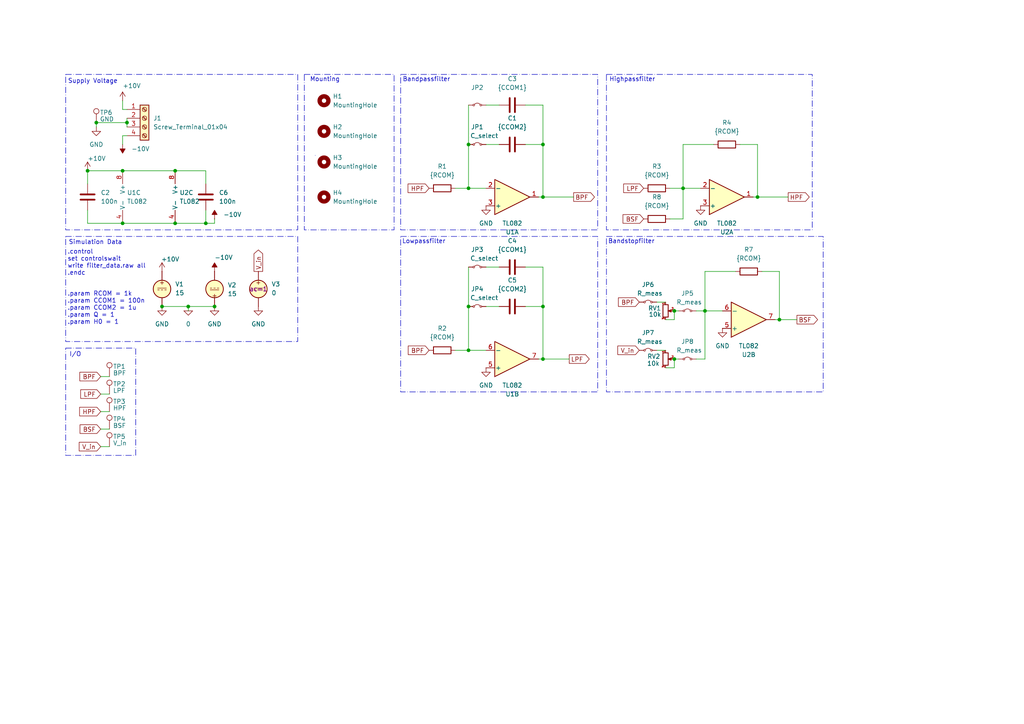
<source format=kicad_sch>
(kicad_sch (version 20250114) (generator "eeschema") (generator_version "9.0")
  (paper "A4")
  (title_block (title "Biquadfilter ") (date "2025-05-26") (rev "1.0") (company "Hochschule Bremen"))
  (lib_symbols
    (symbol "000_My_Symbols:Testpoint" (pin_numbers (hide yes)) (pin_names (hide yes))
      (property "Reference" "TP" (at 0.254 5.334 0))
      (property "Value" "${SHORT_NET_NAME(1)}" (at 6.35 7.874 0))
      (symbol "Testpoint_0_1"
        (circle (center 0 3.302) (radius 0.762))
      )
      (symbol "Testpoint_1_1"
        (pin passive line (at 0 0 90) (length 2.54) (name "1") (number "1"))
      )
    )
    (symbol "Amplifier_Operational:TL082" (pin_names (offset 0.127))
      (property "Reference" "U" (at 0 5.08 0))
      (property "Value" "TL082" (at 0 -5.08 0))
      (symbol "TL082_1_1"
        (polyline (pts (xy -5.08 5.08) (xy 5.08 0) (xy -5.08 -5.08) (xy -5.08 5.08)) (stroke (width 0.254)) (fill (type background)))
        (pin input line (at -7.62 2.54 0) (length 2.54) (name "+") (number "3"))
        (pin input line (at -7.62 -2.54 0) (length 2.54) (name "-") (number "2"))
        (pin output line (at 7.62 0 180) (length 2.54) (name "~") (number "1"))
      )
      (symbol "TL082_2_1"
        (polyline (pts (xy -5.08 5.08) (xy 5.08 0) (xy -5.08 -5.08) (xy -5.08 5.08)) (stroke (width 0.254)) (fill (type background)))
        (pin input line (at -7.62 2.54 0) (length 2.54) (name "+") (number "5"))
        (pin input line (at -7.62 -2.54 0) (length 2.54) (name "-") (number "6"))
        (pin output line (at 7.62 0 180) (length 2.54) (name "~") (number "7"))
      )
      (symbol "TL082_3_1"
        (pin power_in line (at -2.54 7.62 270) (length 3.81) (name "V+") (number "8"))
        (pin power_in line (at -2.54 -7.62 90) (length 3.81) (name "V-") (number "4"))
      )
    )
    (symbol "Connector:Screw_Terminal_01x04" (pin_names (offset 1.016) (hide yes))
      (property "Reference" "J" (at 0 5.08 0))
      (property "Value" "Screw_Terminal_01x04" (at 0 -7.62 0))
      (symbol "Screw_Terminal_01x04_1_1"
        (rectangle (start -1.27 3.81) (end 1.27 -6.35) (stroke (width 0.254)) (fill (type background)))
        (polyline (pts (xy -0.5334 2.8702) (xy 0.3302 2.032)) (stroke (width 0.1524)))
        (polyline (pts (xy -0.5334 0.3302) (xy 0.3302 -0.508)) (stroke (width 0.1524)))
        (polyline (pts (xy -0.5334 -2.2098) (xy 0.3302 -3.048)) (stroke (width 0.1524)))
        (polyline (pts (xy -0.5334 -4.7498) (xy 0.3302 -5.588)) (stroke (width 0.1524)))
        (polyline (pts (xy -0.3556 3.048) (xy 0.508 2.2098)) (stroke (width 0.1524)))
        (polyline (pts (xy -0.3556 0.508) (xy 0.508 -0.3302)) (stroke (width 0.1524)))
        (polyline (pts (xy -0.3556 -2.032) (xy 0.508 -2.8702)) (stroke (width 0.1524)))
        (polyline (pts (xy -0.3556 -4.572) (xy 0.508 -5.4102)) (stroke (width 0.1524)))
        (circle (center 0 2.54) (radius 0.635) (stroke (width 0.1524)))
        (circle (center 0 0) (radius 0.635) (stroke (width 0.1524)))
        (circle (center 0 -2.54) (radius 0.635) (stroke (width 0.1524)))
        (circle (center 0 -5.08) (radius 0.635) (stroke (width 0.1524)))
        (pin passive line (at -5.08 2.54 0) (length 3.81) (name "Pin_1") (number "1"))
        (pin passive line (at -5.08 0 0) (length 3.81) (name "Pin_2") (number "2"))
        (pin passive line (at -5.08 -2.54 0) (length 3.81) (name "Pin_3") (number "3"))
        (pin passive line (at -5.08 -5.08 0) (length 3.81) (name "Pin_4") (number "4"))
      )
    )
    (symbol "Device:C" (pin_numbers (hide yes)) (pin_names (offset 0.254))
      (property "Reference" "C" (at 0.635 2.54 0))
      (property "Value" "C" (at 0.635 -2.54 0))
      (symbol "C_0_1"
        (polyline (pts (xy -2.032 0.762) (xy 2.032 0.762)) (stroke (width 0.508)))
        (polyline (pts (xy -2.032 -0.762) (xy 2.032 -0.762)) (stroke (width 0.508)))
      )
      (symbol "C_1_1"
        (pin passive line (at 0 3.81 270) (length 2.794) (name "~") (number "1"))
        (pin passive line (at 0 -3.81 90) (length 2.794) (name "~") (number "2"))
      )
    )
    (symbol "Device:R" (pin_numbers (hide yes)) (pin_names (offset 0))
      (property "Reference" "R" (at 2.032 0 90))
      (property "Value" "R" (at 0 0 90))
      (symbol "R_0_1"
        (rectangle (start -1.016 -2.54) (end 1.016 2.54) (stroke (width 0.254)))
      )
      (symbol "R_1_1"
        (pin passive line (at 0 3.81 270) (length 1.27) (name "~") (number "1"))
        (pin passive line (at 0 -3.81 90) (length 1.27) (name "~") (number "2"))
      )
    )
    (symbol "Device:R_Potentiometer_Small" (pin_names (offset 1.016) (hide yes))
      (property "Reference" "RV" (at -4.445 0 90))
      (property "Value" "R_Potentiometer_Small" (at -2.54 0 90))
      (symbol "R_Potentiometer_Small_0_1"
        (rectangle (start 0.762 1.8034) (end -0.762 -1.8034) (stroke (width 0.254)))
        (polyline (pts (xy 0.889 0) (xy 0.635 0) (xy 1.651 0.381) (xy 1.651 -0.381) (xy 0.635 0) (xy 0.889 0)) (fill (type outline)))
      )
      (symbol "R_Potentiometer_Small_1_1"
        (pin passive line (at 0 2.54 270) (length 0.635) (name "1") (number "1"))
        (pin passive line (at 0 -2.54 90) (length 0.635) (name "3") (number "3"))
        (pin passive line (at 2.54 0 180) (length 0.9906) (name "2") (number "2"))
      )
    )
    (symbol "Jumper:Jumper_2_Small_Bridged" (pin_numbers (hide yes)) (pin_names (offset 0) (hide yes))
      (property "Reference" "JP" (at 0 2.032 0))
      (property "Value" "Jumper_2_Small_Bridged" (at 0 -2.286 0))
      (symbol "Jumper_2_Small_Bridged_0_0"
        (circle (center -1.016 0) (radius 0.254))
        (circle (center 1.016 0) (radius 0.254))
      )
      (symbol "Jumper_2_Small_Bridged_0_1"
        (arc (start -0.762 0.254) (mid 0 0.5696) (end 0.762 0.254))
      )
      (symbol "Jumper_2_Small_Bridged_1_1"
        (pin passive line (at -2.54 0 0) (length 1.27) (name "A") (number "1"))
        (pin passive line (at 2.54 0 180) (length 1.27) (name "B") (number "2"))
      )
    )
    (symbol "Mechanical:MountingHole" (pin_names (offset 1.016)) (in_bom no)
      (property "Reference" "H" (at 0 5.08 0))
      (property "Value" "MountingHole" (at 0 3.175 0))
      (symbol "MountingHole_0_1"
        (circle (center 0 0) (radius 1.27) (stroke (width 1.27)))
      )
    )
    (symbol "Simulation_SPICE:0" (power) (pin_numbers (hide yes)) (pin_names (offset 0) (hide yes))
      (property "Value" "0" (at 0 -2.54 0))
      (symbol "0_0_1"
        (polyline (pts (xy -1.27 0) (xy 0 -1.27) (xy 1.27 0) (xy -1.27 0)))
      )
      (symbol "0_1_1"
        (pin power_in line (at 0 0 0) (length 0) (name "~") (number "1"))
      )
    )
    (symbol "Simulation_SPICE:VDC" (pin_numbers (hide yes)) (pin_names (offset 0.0254))
      (property "Reference" "V" (at 2.54 2.54 0))
      (property "Value" "1" (at 2.54 0 0))
      (symbol "VDC_0_0"
        (polyline (pts (xy -1.27 0.254) (xy 1.27 0.254)))
        (polyline (pts (xy -0.762 -0.254) (xy -1.27 -0.254)))
        (polyline (pts (xy 0.254 -0.254) (xy -0.254 -0.254)))
        (polyline (pts (xy 1.27 -0.254) (xy 0.762 -0.254)))
        (text "+" (at 0 1.905 0) (effects (font (size 1.27 1.27))))
      )
      (symbol "VDC_0_1"
        (circle (center 0 0) (radius 2.54) (stroke (width 0.254)) (fill (type background)))
      )
      (symbol "VDC_1_1"
        (pin passive line (at 0 5.08 270) (length 2.54) (name "~") (number "1"))
        (pin passive line (at 0 -5.08 90) (length 2.54) (name "~") (number "2"))
      )
    )
    (symbol "power:+15V" (power) (pin_numbers (hide yes)) (pin_names (offset 0) (hide yes))
      (property "Value" "+15V" (at 0 3.556 0))
      (symbol "+15V_0_1"
        (polyline (pts (xy -0.762 1.27) (xy 0 2.54)))
        (polyline (pts (xy 0 2.54) (xy 0.762 1.27)))
        (polyline (pts (xy 0 0) (xy 0 2.54)))
      )
      (symbol "+15V_1_1"
        (pin power_in line (at 0 0 90) (length 0) (name "~") (number "1"))
      )
    )
    (symbol "power:-15V" (power) (pin_numbers (hide yes)) (pin_names (offset 0) (hide yes))
      (property "Value" "-15V" (at 0 3.556 0))
      (symbol "-15V_0_0"
        (pin power_in line (at 0 0 90) (length 0) (name "~") (number "1"))
      )
      (symbol "-15V_0_1"
        (polyline (pts (xy 0 0) (xy 0 1.27) (xy 0.762 1.27) (xy 0 2.54) (xy -0.762 1.27) (xy 0 1.27)) (fill (type outline)))
      )
    )
    (symbol "power:GND" (power) (pin_numbers (hide yes)) (pin_names (offset 0) (hide yes))
      (property "Value" "GND" (at 0 -3.81 0))
      (symbol "GND_0_1"
        (polyline (pts (xy 0 0) (xy 0 -1.27) (xy 1.27 -1.27) (xy 0 -2.54) (xy -1.27 -1.27) (xy 0 -1.27)))
      )
      (symbol "GND_1_1"
        (pin power_in line (at 0 0 270) (length 0) (name "~") (number "1"))
      )
    )
  )
  (rectangle (start 175.895 68.58) (end 238.76 113.665) (stroke (width 0) (type dash_dot)))
  (rectangle (start 91.44 45.085) (end 91.44 45.085))
  (rectangle (start 175.895 21.59) (end 235.585 66.675) (stroke (width 0) (type dash_dot)))
  (rectangle (start 116.205 68.58) (end 173.355 113.665) (stroke (width 0) (type dash_dot)))
  (rectangle (start 19.05 68.58) (end 86.36 99.06) (stroke (width 0) (type dash_dot)))
  (rectangle (start 116.205 21.59) (end 173.355 66.675) (stroke (width 0) (type dash_dot)))
  (rectangle (start 19.05 100.965) (end 39.37 132.08) (stroke (width 0) (type dash_dot)))
  (rectangle (start 19.05 21.59) (end 86.36 66.675) (stroke (width 0) (type dash_dot)))
  (rectangle (start 88.265 21.59) (end 114.3 66.675) (stroke (width 0) (type dash_dot)))
  (text "Simulation Data\n" (at 27.686 70.358 0) (effects (font (size 1.27 1.27))))
  (text "Supply Voltage\n\n" (at 26.924 24.638 0) (effects (font (size 1.27 1.27))))
  (text "I/O\n" (at 21.844 102.87 0) (effects (font (size 1.27 1.27))))
  (text "Bandstopfilter\n" (at 183.134 70.104 0) (effects (font (size 1.27 1.27))))
  (text "Lowpassfilter\n" (at 122.936 70.104 0) (effects (font (size 1.27 1.27))))
  (text ".control\nset controlswait\nwrite filter_data.raw all\n.endc" (at 19.558 76.2 0) (effects (font (size 1.27 1.27)) (justify left)))
  (text ".param RCOM = 1k\n.param CCOM1 = 100n\n.param CCOM2 = 1u\n.param Q = 1\n.param H0 = 1" (at 19.558 84.582 0) (effects (font (size 1.27 1.27)) (justify left top)))
  (text "Bandpassfilter\n" (at 123.698 23.114 0) (effects (font (size 1.27 1.27))))
  (text "Mounting\n" (at 94.234 23.114 0) (effects (font (size 1.27 1.27))))
  (text "Highpassfilter\n" (at 183.388 23.114 0) (effects (font (size 1.27 1.27))))
  (junction (at 157.48 104.14))
  (junction (at 135.89 54.61))
  (junction (at 50.8 49.53))
  (junction (at 157.48 41.91))
  (junction (at 198.12 54.61))
  (junction (at 226.06 92.71))
  (junction (at 25.4 49.53))
  (junction (at 157.48 88.9))
  (junction (at 195.58 90.17))
  (junction (at 35.56 64.77))
  (junction (at 59.69 64.77))
  (junction (at 195.58 104.14))
  (junction (at 35.56 49.53))
  (junction (at 135.89 88.9))
  (junction (at 204.47 90.17))
  (junction (at 219.71 57.15))
  (junction (at 54.61 88.9))
  (junction (at 135.89 101.6))
  (junction (at 27.94 35.56))
  (junction (at 135.89 41.91))
  (junction (at 36.83 35.56))
  (junction (at 62.23 88.9))
  (junction (at 46.99 88.9))
  (junction (at 157.48 57.15))
  (junction (at 50.8 64.77))
  (wire (pts (xy 25.4 49.53) (xy 25.4 53.34)))
  (wire (pts (xy 35.56 29.21) (xy 35.56 31.75)))
  (wire (pts (xy 201.93 104.14) (xy 204.47 104.14)))
  (wire (pts (xy 35.56 41.91) (xy 35.56 39.37)))
  (wire (pts (xy 135.89 77.47) (xy 135.89 88.9)))
  (wire (pts (xy 29.21 124.46) (xy 31.75 124.46)))
  (wire (pts (xy 140.97 30.48) (xy 144.78 30.48)))
  (wire (pts (xy 226.06 78.74) (xy 226.06 92.71)))
  (wire (pts (xy 62.23 64.77) (xy 59.69 64.77)))
  (wire (pts (xy 157.48 77.47) (xy 157.48 88.9)))
  (wire (pts (xy 140.97 41.91) (xy 144.78 41.91)))
  (wire (pts (xy 25.4 64.77) (xy 35.56 64.77)))
  (wire (pts (xy 54.61 88.9) (xy 62.23 88.9)))
  (wire (pts (xy 156.21 57.15) (xy 157.48 57.15)))
  (wire (pts (xy 193.04 92.71) (xy 195.58 92.71)))
  (wire (pts (xy 203.2 54.61) (xy 198.12 54.61)))
  (wire (pts (xy 27.94 35.56) (xy 27.94 36.83)))
  (wire (pts (xy 226.06 92.71) (xy 231.14 92.71)))
  (wire (pts (xy 224.79 92.71) (xy 226.06 92.71)))
  (wire (pts (xy 152.4 41.91) (xy 157.48 41.91)))
  (wire (pts (xy 204.47 78.74) (xy 204.47 90.17)))
  (wire (pts (xy 36.83 35.56) (xy 27.94 35.56)))
  (wire (pts (xy 193.04 106.68) (xy 195.58 106.68)))
  (wire (pts (xy 219.71 41.91) (xy 214.63 41.91)))
  (wire (pts (xy 59.69 64.77) (xy 50.8 64.77)))
  (wire (pts (xy 36.83 34.29) (xy 36.83 35.56)))
  (wire (pts (xy 36.83 35.56) (xy 36.83 36.83)))
  (wire (pts (xy 35.56 49.53) (xy 50.8 49.53)))
  (wire (pts (xy 195.58 104.14) (xy 196.85 104.14)))
  (wire (pts (xy 157.48 88.9) (xy 157.48 104.14)))
  (wire (pts (xy 46.99 88.9) (xy 54.61 88.9)))
  (wire (pts (xy 50.8 49.53) (xy 59.69 49.53)))
  (wire (pts (xy 198.12 41.91) (xy 207.01 41.91)))
  (wire (pts (xy 135.89 101.6) (xy 140.97 101.6)))
  (wire (pts (xy 135.89 41.91) (xy 135.89 54.61)))
  (wire (pts (xy 152.4 30.48) (xy 157.48 30.48)))
  (wire (pts (xy 135.89 88.9) (xy 135.89 101.6)))
  (wire (pts (xy 29.21 114.3) (xy 31.75 114.3)))
  (wire (pts (xy 135.89 54.61) (xy 140.97 54.61)))
  (wire (pts (xy 132.08 101.6) (xy 135.89 101.6)))
  (wire (pts (xy 157.48 41.91) (xy 157.48 57.15)))
  (wire (pts (xy 135.89 30.48) (xy 135.89 41.91)))
  (wire (pts (xy 219.71 41.91) (xy 219.71 57.15)))
  (wire (pts (xy 62.23 63.5) (xy 62.23 64.77)))
  (wire (pts (xy 190.5 87.63) (xy 193.04 87.63)))
  (wire (pts (xy 140.97 77.47) (xy 144.78 77.47)))
  (wire (pts (xy 29.21 119.38) (xy 31.75 119.38)))
  (wire (pts (xy 35.56 64.77) (xy 50.8 64.77)))
  (wire (pts (xy 140.97 88.9) (xy 144.78 88.9)))
  (wire (pts (xy 198.12 63.5) (xy 198.12 54.61)))
  (wire (pts (xy 35.56 31.75) (xy 36.83 31.75)))
  (wire (pts (xy 157.48 104.14) (xy 156.21 104.14)))
  (wire (pts (xy 59.69 49.53) (xy 59.69 53.34)))
  (wire (pts (xy 152.4 88.9) (xy 157.48 88.9)))
  (wire (pts (xy 25.4 49.53) (xy 35.56 49.53)))
  (wire (pts (xy 25.4 60.96) (xy 25.4 64.77)))
  (wire (pts (xy 59.69 60.96) (xy 59.69 64.77)))
  (wire (pts (xy 219.71 57.15) (xy 218.44 57.15)))
  (wire (pts (xy 204.47 90.17) (xy 209.55 90.17)))
  (wire (pts (xy 204.47 104.14) (xy 204.47 90.17)))
  (wire (pts (xy 157.48 57.15) (xy 166.37 57.15)))
  (wire (pts (xy 29.21 129.54) (xy 31.75 129.54)))
  (wire (pts (xy 220.98 78.74) (xy 226.06 78.74)))
  (wire (pts (xy 204.47 78.74) (xy 213.36 78.74)))
  (wire (pts (xy 198.12 54.61) (xy 198.12 41.91)))
  (wire (pts (xy 29.21 109.22) (xy 31.75 109.22)))
  (wire (pts (xy 157.48 30.48) (xy 157.48 41.91)))
  (wire (pts (xy 190.5 101.6) (xy 193.04 101.6)))
  (wire (pts (xy 152.4 77.47) (xy 157.48 77.47)))
  (wire (pts (xy 195.58 92.71) (xy 195.58 90.17)))
  (wire (pts (xy 201.93 90.17) (xy 204.47 90.17)))
  (wire (pts (xy 132.08 54.61) (xy 135.89 54.61)))
  (wire (pts (xy 195.58 90.17) (xy 196.85 90.17)))
  (wire (pts (xy 219.71 57.15) (xy 228.6 57.15)))
  (wire (pts (xy 195.58 106.68) (xy 195.58 104.14)))
  (wire (pts (xy 194.31 54.61) (xy 198.12 54.61)))
  (wire (pts (xy 194.31 63.5) (xy 198.12 63.5)))
  (wire (pts (xy 35.56 39.37) (xy 36.83 39.37)))
  (wire (pts (xy 54.61 88.9) (xy 54.61 90.17)))
  (wire (pts (xy 157.48 104.14) (xy 165.1 104.14)))
  (global_label "V_in" (shape input) (at 29.21 129.54 180) (property "Intersheetrefs" "${INTERSHEET_REFS}" (effects (hide yes))))
  (global_label "HPF" (shape input) (at 124.46 54.61 180) (property "Intersheetrefs" "${INTERSHEET_REFS}" (effects (hide yes))))
  (global_label "BPF" (shape input) (at 185.42 87.63 180) (property "Intersheetrefs" "${INTERSHEET_REFS}" (effects (hide yes))))
  (global_label "V_in" (shape output) (at 74.93 78.74 90) (property "Intersheetrefs" "${INTERSHEET_REFS}" (effects (hide yes))))
  (global_label "BSF" (shape input) (at 29.21 124.46 180) (property "Intersheetrefs" "${INTERSHEET_REFS}" (effects (hide yes))))
  (global_label "LPF" (shape input) (at 29.21 114.3 180) (property "Intersheetrefs" "${INTERSHEET_REFS}" (effects (hide yes))))
  (global_label "BPF" (shape input) (at 29.21 109.22 180) (property "Intersheetrefs" "${INTERSHEET_REFS}" (effects (hide yes))))
  (global_label "V_in" (shape input) (at 185.42 101.6 180) (property "Intersheetrefs" "${INTERSHEET_REFS}" (effects (hide yes))))
  (global_label "HPF" (shape output) (at 228.6 57.15 0) (property "Intersheetrefs" "${INTERSHEET_REFS}" (effects (hide yes))))
  (global_label "BSF" (shape output) (at 231.14 92.71 0) (property "Intersheetrefs" "${INTERSHEET_REFS}" (effects (hide yes))))
  (global_label "LPF" (shape input) (at 186.69 54.61 180) (property "Intersheetrefs" "${INTERSHEET_REFS}" (effects (hide yes))))
  (global_label "BPF" (shape output) (at 166.37 57.15 0) (property "Intersheetrefs" "${INTERSHEET_REFS}" (effects (hide yes))))
  (global_label "BPF" (shape input) (at 124.46 101.6 180) (property "Intersheetrefs" "${INTERSHEET_REFS}" (effects (hide yes))))
  (global_label "LPF" (shape output) (at 165.1 104.14 0) (property "Intersheetrefs" "${INTERSHEET_REFS}" (effects (hide yes))))
  (global_label "HPF" (shape input) (at 29.21 119.38 180) (property "Intersheetrefs" "${INTERSHEET_REFS}" (effects (hide yes))))
  (global_label "BSF" (shape input) (at 186.69 63.5 180) (property "Intersheetrefs" "${INTERSHEET_REFS}" (effects (hide yes))))
  (symbol (lib_id "Device:R_Potentiometer_Small") (at 193.04 104.14 0) (unit 1)
    (property "Reference" "RV2" (at 191.516 103.378 0) (effects (justify right)))
    (property "Value" "10k" (at 189.484 105.41 0))
    (property "Footprint" "Potentiometer_THT:Potentiometer_Bourns_3266W_Vertical" (effects (hide yes)))
    (property "Description" "Potentiometer" (effects (hide yes)))
  )
  (symbol (lib_id "Device:R") (at 190.5 63.5 90) (unit 1)
    (property "Reference" "R8" (at 190.5 57.15 90))
    (property "Value" "{RCOM}" (at 190.5 59.69 90))
    (property "Footprint" "Resistor_THT:R_Axial_DIN0204_L3.6mm_D1.6mm_P7.62mm_Horizontal" (effects (hide yes)))
    (property "Description" "Resistor" (effects (hide yes)))
  )
  (symbol (lib_id "Amplifier_Operational:TL082") (at 148.59 104.14 0) (mirror x) (unit 2)
    (property "Reference" "U1" (at 148.59 114.3 0))
    (property "Value" "TL082" (at 148.59 111.76 0))
    (property "Footprint" "Package_DIP:DIP-8_W10.16mm" (effects (hide yes)))
    (property "Datasheet" "http://www.ti.com/lit/ds/symlink/tl081.pdf" (effects (hide yes)))
    (property "Description" "Dual JFET-Input Operational Amplifiers, DIP-8/SOIC-8/SSOP-8" (effects (hide yes)))
    (property "Sim.Library" "Sim-Data/KiCAD-tl082-dual/TL082-dual.lib" (effects (hide yes)))
    (property "Sim.Name" "TL082-dual" (effects (hide yes)))
    (property "Sim.Device" "SUBCKT" (effects (hide yes)))
    (property "Sim.Pins" "1=1out 2=1in- 3=1in+ 4=vcc- 5=2in+ 6=2in- 7=2out 8=vcc+" (effects (hide yes)))
  )
  (symbol (lib_id "power:-15V") (at 62.23 78.74 0) (unit 1)
    (property "Reference" "#PWR019" (effects (hide yes)))
    (property "Value" "-10V" (at 62.23 74.676 0) (effects (justify left)))
    (property "Description" "Power symbol creates a global label with name \"-15V\"" (effects (hide yes)))
  )
  (symbol (lib_id "power:GND") (at 27.94 36.83 0) (unit 1)
    (property "Reference" "#PWR08" (effects (hide yes)))
    (property "Value" "GND" (at 27.94 41.91 0))
    (property "Description" "Power symbol creates a global label with name \"GND\" , ground" (effects (hide yes)))
  )
  (symbol (lib_id "power:GND") (at 74.93 88.9 0) (unit 1)
    (property "Reference" "#PWR05" (effects (hide yes)))
    (property "Value" "GND" (at 74.93 93.98 0))
    (property "Description" "Power symbol creates a global label with name \"GND\" , ground" (effects (hide yes)))
  )
  (symbol (lib_id "000_My_Symbols:Testpoint") (at 31.75 119.38 0) (unit 1) (exclude_from_sim yes)
    (property "Reference" "TP3" (at 32.766 116.4589 0) (effects (justify left)))
    (property "Value" "HPF" (at 32.766 118.364 0) (effects (justify left)))
    (property "Footprint" "TestPoint:TestPoint_Loop_D1.80mm_Drill1.0mm_Beaded" (effects (hide yes)))
    (property "Description" "test point" (effects (hide yes)))
    (property "Mouser Part Number" "534-5015" (effects (hide yes)))
    (property "Manufacturer_Name" "Keystone Electronics" (effects (hide yes)))
    (property "Manufacturer Part Number" "5015" (effects (hide yes)))
  )
  (symbol (lib_id "Amplifier_Operational:TL082") (at 53.34 57.15 0) (unit 3)
    (property "Reference" "U2" (at 52.07 55.8799 0) (effects (justify left)))
    (property "Value" "TL082" (at 52.07 58.4199 0) (effects (justify left)))
    (property "Footprint" "Package_DIP:DIP-8_W10.16mm" (effects (hide yes)))
    (property "Datasheet" "http://www.ti.com/lit/ds/symlink/tl081.pdf" (effects (hide yes)))
    (property "Description" "Dual JFET-Input Operational Amplifiers, DIP-8/SOIC-8/SSOP-8" (effects (hide yes)))
    (property "Sim.Library" "Sim-Data/KiCAD-tl082-dual/TL082-dual.lib" (effects (hide yes)))
    (property "Sim.Name" "TL082-dual" (effects (hide yes)))
    (property "Sim.Device" "SUBCKT" (effects (hide yes)))
    (property "Sim.Pins" "1=1out 2=1in- 3=1in+ 4=vcc- 5=2in+ 6=2in- 7=2out 8=vcc+" (effects (hide yes)))
  )
  (symbol (lib_id "Simulation_SPICE:VDC") (at 46.99 83.82 0) (unit 1)
    (property "Reference" "V1" (at 50.8 82.4201 0) (effects (justify left)))
    (property "Value" "15" (at 50.8 84.9601 0) (effects (justify left)))
    (property "Datasheet" "https://ngspice.sourceforge.io/docs/ngspice-html-manual/manual.xhtml#sec_Independent_Sources_for" (effects (hide yes)))
    (property "Description" "Voltage source, DC" (effects (hide yes)))
    (property "Sim.Pins" "1=+ 2=-" (effects (hide yes)))
    (property "Sim.Type" "DC" (effects (hide yes)))
    (property "Sim.Device" "V" (effects (hide yes)))
  )
  (symbol (lib_id "Jumper:Jumper_2_Small_Bridged") (at 138.43 77.47 0) (unit 1) (exclude_from_sim yes)
    (property "Reference" "JP3" (at 138.43 72.39 0))
    (property "Value" "C_select" (at 140.462 74.93 0))
    (property "Footprint" "Connector_PinHeader_2.54mm:PinHeader_1x02_P2.54mm_Vertical" (effects (hide yes)))
    (property "Description" "Jumper, 2-pole, small symbol, bridged" (effects (hide yes)))
  )
  (symbol (lib_id "Simulation_SPICE:VDC") (at 62.23 83.82 180) (unit 1)
    (property "Reference" "V2" (at 66.04 82.6797 0) (effects (justify right)))
    (property "Value" "15" (at 66.04 85.2197 0) (effects (justify right)))
    (property "Datasheet" "https://ngspice.sourceforge.io/docs/ngspice-html-manual/manual.xhtml#sec_Independent_Sources_for" (effects (hide yes)))
    (property "Description" "Voltage source, DC" (effects (hide yes)))
    (property "Sim.Pins" "1=+ 2=-" (effects (hide yes)))
    (property "Sim.Type" "DC" (effects (hide yes)))
    (property "Sim.Device" "V" (effects (hide yes)))
  )
  (symbol (lib_id "Jumper:Jumper_2_Small_Bridged") (at 138.43 30.48 0) (unit 1) (exclude_from_sim yes)
    (property "Reference" "JP2" (at 138.43 25.4 0))
    (property "Value" "${SIM.PARAMS}" (at 140.462 27.94 0))
    (property "Footprint" "Connector_PinHeader_2.54mm:PinHeader_1x02_P2.54mm_Vertical" (effects (hide yes)))
    (property "Description" "Jumper, 2-pole, small symbol, bridged" (effects (hide yes)))
  )
  (symbol (lib_id "Mechanical:MountingHole") (at 93.98 29.21 0) (unit 1) (in_bom no)
    (property "Reference" "H1" (at 96.52 27.9399 0) (effects (justify left)))
    (property "Value" "MountingHole" (at 96.52 30.4799 0) (effects (justify left)))
    (property "Footprint" "MountingHole:MountingHole_2.2mm_M2_DIN965" (effects (hide yes)))
    (property "Description" "Mounting Hole without connection" (effects (hide yes)))
  )
  (symbol (lib_id "Connector:Screw_Terminal_01x04") (at 41.91 34.29 0) (unit 1)
    (property "Reference" "J1" (at 44.45 34.2899 0) (effects (justify left)))
    (property "Value" "Screw_Terminal_01x04" (at 44.45 36.8299 0) (effects (justify left)))
    (property "Footprint" "TerminalBlock:TerminalBlock_Altech_AK300-4_P5.00mm" (effects (hide yes)))
    (property "Description" "Generic screw terminal, single row, 01x04, script generated (kicad-library-utils/schlib/autogen/connector/)" (effects (hide yes)))
  )
  (symbol (lib_id "Device:C") (at 25.4 57.15 0) (unit 1)
    (property "Reference" "C2" (at 29.21 55.8799 0) (effects (justify left)))
    (property "Value" "100n" (at 29.21 58.4199 0) (effects (justify left)))
    (property "Footprint" "Capacitor_THT:C_Disc_D3.0mm_W2.0mm_P2.50mm" (effects (hide yes)))
    (property "Description" "Unpolarized capacitor" (effects (hide yes)))
  )
  (symbol (lib_id "Amplifier_Operational:TL082") (at 148.59 57.15 0) (mirror x) (unit 1)
    (property "Reference" "U1" (at 148.59 67.31 0))
    (property "Value" "TL082" (at 148.59 64.77 0))
    (property "Footprint" "Package_DIP:DIP-8_W10.16mm" (effects (hide yes)))
    (property "Datasheet" "http://www.ti.com/lit/ds/symlink/tl081.pdf" (effects (hide yes)))
    (property "Description" "Dual JFET-Input Operational Amplifiers, DIP-8/SOIC-8/SSOP-8" (effects (hide yes)))
    (property "Sim.Library" "Sim-Data/KiCAD-tl082-dual/TL082-dual.lib" (effects (hide yes)))
    (property "Sim.Name" "TL082-dual" (effects (hide yes)))
    (property "Sim.Device" "SUBCKT" (effects (hide yes)))
    (property "Sim.Pins" "1=1out 2=1in- 3=1in+ 4=vcc- 5=2in+ 6=2in- 7=2out 8=vcc+" (effects (hide yes)))
  )
  (symbol (lib_id "power:+15V") (at 46.99 78.74 0) (unit 1)
    (property "Reference" "#PWR017" (effects (hide yes)))
    (property "Value" "+10V" (at 46.736 75.184 0) (effects (justify left)))
    (property "Description" "Power symbol creates a global label with name \"+15V\"" (effects (hide yes)))
  )
  (symbol (lib_id "000_My_Symbols:Testpoint") (at 31.75 124.46 0) (unit 1) (exclude_from_sim yes)
    (property "Reference" "TP4" (at 32.766 121.5389 0) (effects (justify left)))
    (property "Value" "BSF" (at 32.766 123.444 0) (effects (justify left)))
    (property "Footprint" "TestPoint:TestPoint_Loop_D1.80mm_Drill1.0mm_Beaded" (effects (hide yes)))
    (property "Description" "test point" (effects (hide yes)))
    (property "Mouser Part Number" "534-5015" (effects (hide yes)))
    (property "Manufacturer_Name" "Keystone Electronics" (effects (hide yes)))
    (property "Manufacturer Part Number" "5015" (effects (hide yes)))
  )
  (symbol (lib_id "Device:C") (at 148.59 41.91 90) (unit 1)
    (property "Reference" "C1" (at 148.59 34.29 90))
    (property "Value" "{CCOM2}" (at 148.59 36.83 90))
    (property "Footprint" "Capacitor_THT:C_Rect_L7.0mm_W2.5mm_P5.00mm" (effects (hide yes)))
    (property "Description" "Unpolarized capacitor" (effects (hide yes)))
  )
  (symbol (lib_id "Device:C") (at 59.69 57.15 0) (unit 1)
    (property "Reference" "C6" (at 63.5 55.8799 0) (effects (justify left)))
    (property "Value" "100n" (at 63.5 58.4199 0) (effects (justify left)))
    (property "Footprint" "Capacitor_THT:C_Disc_D3.0mm_W2.0mm_P2.50mm" (effects (hide yes)))
    (property "Description" "Unpolarized capacitor" (effects (hide yes)))
  )
  (symbol (lib_id "Device:R") (at 128.27 101.6 90) (unit 1)
    (property "Reference" "R2" (at 128.27 95.25 90))
    (property "Value" "{RCOM}" (at 128.27 97.79 90))
    (property "Footprint" "Resistor_THT:R_Axial_DIN0204_L3.6mm_D1.6mm_P7.62mm_Horizontal" (effects (hide yes)))
    (property "Description" "Resistor" (effects (hide yes)))
  )
  (symbol (lib_id "power:GND") (at 46.99 88.9 0) (unit 1)
    (property "Reference" "#PWR06" (effects (hide yes)))
    (property "Value" "GND" (at 46.99 93.98 0))
    (property "Description" "Power symbol creates a global label with name \"GND\" , ground" (effects (hide yes)))
  )
  (symbol (lib_id "Amplifier_Operational:TL082") (at 38.1 57.15 0) (unit 3)
    (property "Reference" "U1" (at 36.83 55.8799 0) (effects (justify left)))
    (property "Value" "TL082" (at 36.83 58.4199 0) (effects (justify left)))
    (property "Footprint" "Package_DIP:DIP-8_W10.16mm" (effects (hide yes)))
    (property "Datasheet" "http://www.ti.com/lit/ds/symlink/tl081.pdf" (effects (hide yes)))
    (property "Description" "Dual JFET-Input Operational Amplifiers, DIP-8/SOIC-8/SSOP-8" (effects (hide yes)))
    (property "Sim.Library" "Sim-Data/KiCAD-tl082-dual/TL082-dual.lib" (effects (hide yes)))
    (property "Sim.Name" "TL082-dual" (effects (hide yes)))
    (property "Sim.Device" "SUBCKT" (effects (hide yes)))
    (property "Sim.Pins" "1=1out 2=1in- 3=1in+ 4=vcc- 5=2in+ 6=2in- 7=2out 8=vcc+" (effects (hide yes)))
  )
  (symbol (lib_id "Device:R_Potentiometer_Small") (at 193.04 90.17 0) (unit 1)
    (property "Reference" "RV1" (at 191.77 89.408 0) (effects (justify right)))
    (property "Value" "10k" (at 189.992 91.186 0))
    (property "Footprint" "Potentiometer_THT:Potentiometer_Bourns_3266W_Vertical" (effects (hide yes)))
    (property "Description" "Potentiometer" (effects (hide yes)))
  )
  (symbol (lib_id "Amplifier_Operational:TL082") (at 210.82 57.15 0) (mirror x) (unit 1)
    (property "Reference" "U2" (at 210.82 67.31 0))
    (property "Value" "TL082" (at 210.82 64.77 0))
    (property "Footprint" "Package_DIP:DIP-8_W10.16mm" (effects (hide yes)))
    (property "Datasheet" "http://www.ti.com/lit/ds/symlink/tl081.pdf" (effects (hide yes)))
    (property "Description" "Dual JFET-Input Operational Amplifiers, DIP-8/SOIC-8/SSOP-8" (effects (hide yes)))
    (property "Sim.Library" "Sim-Data/KiCAD-tl082-dual/TL082-dual.lib" (effects (hide yes)))
    (property "Sim.Name" "TL082-dual" (effects (hide yes)))
    (property "Sim.Device" "SUBCKT" (effects (hide yes)))
    (property "Sim.Pins" "1=1out 2=1in- 3=1in+ 4=vcc- 5=2in+ 6=2in- 7=2out 8=vcc+" (effects (hide yes)))
  )
  (symbol (lib_id "Mechanical:MountingHole") (at 93.98 57.15 0) (unit 1) (in_bom no)
    (property "Reference" "H4" (at 96.52 55.8799 0) (effects (justify left)))
    (property "Value" "MountingHole" (at 96.52 58.4199 0) (effects (justify left)))
    (property "Footprint" "MountingHole:MountingHole_2.2mm_M2_DIN965" (effects (hide yes)))
    (property "Description" "Mounting Hole without connection" (effects (hide yes)))
  )
  (symbol (lib_id "Jumper:Jumper_2_Small_Bridged") (at 187.96 101.6 0) (unit 1)
    (property "Reference" "JP7" (at 187.96 96.52 0))
    (property "Value" "R_meas" (at 188.468 99.06 0))
    (property "Footprint" "Connector_PinHeader_2.54mm:PinHeader_1x02_P2.54mm_Vertical" (effects (hide yes)))
    (property "Description" "Jumper, 2-pole, small symbol, bridged" (effects (hide yes)))
    (property "Sim.Device" "R" (effects (hide yes)))
    (property "Sim.Pins" "1=+ 2=-" (effects (hide yes)))
    (property "Sim.Params" "r=0" (effects (hide yes)))
  )
  (symbol (lib_id "power:GND") (at 62.23 88.9 0) (unit 1)
    (property "Reference" "#PWR07" (effects (hide yes)))
    (property "Value" "GND" (at 62.23 93.98 0))
    (property "Description" "Power symbol creates a global label with name \"GND\" , ground" (effects (hide yes)))
  )
  (symbol (lib_id "Mechanical:MountingHole") (at 93.98 46.99 0) (unit 1) (in_bom no)
    (property "Reference" "H3" (at 96.52 45.7199 0) (effects (justify left)))
    (property "Value" "MountingHole" (at 96.52 48.2599 0) (effects (justify left)))
    (property "Footprint" "MountingHole:MountingHole_2.2mm_M2_DIN965" (effects (hide yes)))
    (property "Description" "Mounting Hole without connection" (effects (hide yes)))
  )
  (symbol (lib_id "power:-15V") (at 62.23 63.5 0) (unit 1)
    (property "Reference" "#PWR018" (effects (hide yes)))
    (property "Value" "-10V" (at 64.77 62.2299 0) (effects (justify left)))
    (property "Description" "Power symbol creates a global label with name \"-15V\"" (effects (hide yes)))
  )
  (symbol (lib_id "Amplifier_Operational:TL082") (at 217.17 92.71 0) (mirror x) (unit 2)
    (property "Reference" "U2" (at 217.17 102.87 0))
    (property "Value" "TL082" (at 217.17 100.33 0))
    (property "Footprint" "Package_DIP:DIP-8_W10.16mm" (effects (hide yes)))
    (property "Datasheet" "http://www.ti.com/lit/ds/symlink/tl081.pdf" (effects (hide yes)))
    (property "Description" "Dual JFET-Input Operational Amplifiers, DIP-8/SOIC-8/SSOP-8" (effects (hide yes)))
    (property "Sim.Library" "Sim-Data/KiCAD-tl082-dual/TL082-dual.lib" (effects (hide yes)))
    (property "Sim.Name" "TL082-dual" (effects (hide yes)))
    (property "Sim.Device" "SUBCKT" (effects (hide yes)))
    (property "Sim.Pins" "1=1out 2=1in- 3=1in+ 4=vcc- 5=2in+ 6=2in- 7=2out 8=vcc+" (effects (hide yes)))
  )
  (symbol (lib_id "Jumper:Jumper_2_Small_Bridged") (at 199.39 104.14 0) (unit 1)
    (property "Reference" "JP8" (at 199.39 99.06 0))
    (property "Value" "R_meas" (at 199.898 101.6 0))
    (property "Footprint" "Connector_PinHeader_2.54mm:PinHeader_1x02_P2.54mm_Vertical" (effects (hide yes)))
    (property "Description" "Jumper, 2-pole, small symbol, bridged" (effects (hide yes)))
    (property "Sim.Device" "R" (effects (hide yes)))
    (property "Sim.Pins" "1=+ 2=-" (effects (hide yes)))
    (property "Sim.Params" "r=0" (effects (hide yes)))
  )
  (symbol (lib_id "Mechanical:MountingHole") (at 93.98 38.1 0) (unit 1) (in_bom no)
    (property "Reference" "H2" (at 96.52 36.8299 0) (effects (justify left)))
    (property "Value" "MountingHole" (at 96.52 39.3699 0) (effects (justify left)))
    (property "Footprint" "MountingHole:MountingHole_2.2mm_M2_DIN965" (effects (hide yes)))
    (property "Description" "Mounting Hole without connection" (effects (hide yes)))
  )
  (symbol (lib_id "Device:R") (at 217.17 78.74 90) (unit 1)
    (property "Reference" "R7" (at 217.17 72.39 90))
    (property "Value" "{RCOM}" (at 217.17 74.93 90))
    (property "Footprint" "Resistor_THT:R_Axial_DIN0204_L3.6mm_D1.6mm_P7.62mm_Horizontal" (effects (hide yes)))
    (property "Description" "Resistor" (effects (hide yes)))
  )
  (symbol (lib_id "power:GND") (at 209.55 95.25 0) (unit 1)
    (property "Reference" "#PWR04" (effects (hide yes)))
    (property "Value" "GND" (at 209.55 100.33 0))
    (property "Description" "Power symbol creates a global label with name \"GND\" , ground" (effects (hide yes)))
  )
  (symbol (lib_id "Device:R") (at 128.27 54.61 90) (unit 1)
    (property "Reference" "R1" (at 128.27 48.26 90))
    (property "Value" "{RCOM}" (at 128.27 50.8 90))
    (property "Footprint" "Resistor_THT:R_Axial_DIN0204_L3.6mm_D1.6mm_P7.62mm_Horizontal" (effects (hide yes)))
    (property "Description" "Resistor" (effects (hide yes)))
  )
  (symbol (lib_id "000_My_Symbols:Testpoint") (at 31.75 114.3 0) (unit 1) (exclude_from_sim yes)
    (property "Reference" "TP2" (at 32.766 111.3789 0) (effects (justify left)))
    (property "Value" "LPF" (at 32.766 113.284 0) (effects (justify left)))
    (property "Footprint" "TestPoint:TestPoint_Loop_D1.80mm_Drill1.0mm_Beaded" (effects (hide yes)))
    (property "Description" "test point" (effects (hide yes)))
    (property "Mouser Part Number" "534-5015" (effects (hide yes)))
    (property "Manufacturer_Name" "Keystone Electronics" (effects (hide yes)))
    (property "Manufacturer Part Number" "5015" (effects (hide yes)))
  )
  (symbol (lib_id "power:-15V") (at 35.56 41.91 180) (unit 1)
    (property "Reference" "#PWR09" (effects (hide yes)))
    (property "Value" "-10V" (at 38.1 43.1799 0) (effects (justify right)))
    (property "Description" "Power symbol creates a global label with name \"-15V\"" (effects (hide yes)))
  )
  (symbol (lib_id "Device:C") (at 148.59 77.47 90) (unit 1)
    (property "Reference" "C4" (at 148.59 69.85 90))
    (property "Value" "{CCOM1}" (at 148.59 72.39 90))
    (property "Footprint" "Capacitor_THT:C_Rect_L7.0mm_W2.5mm_P5.00mm" (effects (hide yes)))
    (property "Description" "Unpolarized capacitor" (effects (hide yes)))
  )
  (symbol (lib_id "Jumper:Jumper_2_Small_Bridged") (at 199.39 90.17 0) (unit 1)
    (property "Reference" "JP5" (at 199.39 85.09 0))
    (property "Value" "R_meas" (at 199.898 87.63 0))
    (property "Footprint" "Connector_PinHeader_2.54mm:PinHeader_1x02_P2.54mm_Vertical" (effects (hide yes)))
    (property "Description" "Jumper, 2-pole, small symbol, bridged" (effects (hide yes)))
    (property "Sim.Device" "R" (effects (hide yes)))
    (property "Sim.Pins" "1=+ 2=-" (effects (hide yes)))
    (property "Sim.Params" "r=0" (effects (hide yes)))
  )
  (symbol (lib_id "000_My_Symbols:Testpoint") (at 27.94 35.56 0) (unit 1)
    (property "Reference" "TP6" (at 28.956 32.6389 0) (effects (justify left)))
    (property "Value" "GND" (at 28.956 34.544 0) (effects (justify left)))
    (property "Footprint" "TestPoint:TestPoint_Loop_D1.80mm_Drill1.0mm_Beaded" (effects (hide yes)))
    (property "Description" "test point" (effects (hide yes)))
    (property "Mouser Part Number" "534-5015" (effects (hide yes)))
    (property "Manufacturer_Name" "Keystone Electronics" (effects (hide yes)))
    (property "Manufacturer Part Number" "5015" (effects (hide yes)))
  )
  (symbol (lib_id "Jumper:Jumper_2_Small_Bridged") (at 138.43 41.91 0) (unit 1)
    (property "Reference" "JP1" (at 138.43 36.83 0))
    (property "Value" "C_select" (at 140.462 39.37 0))
    (property "Footprint" "Connector_PinHeader_2.54mm:PinHeader_1x02_P2.54mm_Vertical" (effects (hide yes)))
    (property "Description" "Jumper, 2-pole, small symbol, bridged" (effects (hide yes)))
    (property "Sim.Device" "R" (effects (hide yes)))
    (property "Sim.Pins" "1=+ 2=-" (effects (hide yes)))
    (property "Sim.Params" "r=0" (effects (hide yes)))
  )
  (symbol (lib_id "power:+15V") (at 25.4 49.53 0) (unit 1)
    (property "Reference" "#PWR011" (effects (hide yes)))
    (property "Value" "+10V" (at 25.4 45.974 0) (effects (justify left)))
    (property "Description" "Power symbol creates a global label with name \"+15V\"" (effects (hide yes)))
  )
  (symbol (lib_id "power:+15V") (at 35.56 29.21 0) (unit 1)
    (property "Reference" "#PWR014" (effects (hide yes)))
    (property "Value" "+10V" (at 35.56 24.892 0) (effects (justify left)))
    (property "Description" "Power symbol creates a global label with name \"+15V\"" (effects (hide yes)))
  )
  (symbol (lib_id "000_My_Symbols:Testpoint") (at 31.75 129.54 0) (unit 1) (exclude_from_sim yes)
    (property "Reference" "TP5" (at 32.766 126.6189 0) (effects (justify left)))
    (property "Value" "V_in" (at 32.766 128.524 0) (effects (justify left)))
    (property "Footprint" "TestPoint:TestPoint_Loop_D1.80mm_Drill1.0mm_Beaded" (effects (hide yes)))
    (property "Description" "test point" (effects (hide yes)))
    (property "Mouser Part Number" "534-5015" (effects (hide yes)))
    (property "Manufacturer_Name" "Keystone Electronics" (effects (hide yes)))
    (property "Manufacturer Part Number" "5015" (effects (hide yes)))
  )
  (symbol (lib_id "Device:C") (at 148.59 88.9 90) (unit 1)
    (property "Reference" "C5" (at 148.59 81.28 90))
    (property "Value" "{CCOM2}" (at 148.59 83.82 90))
    (property "Footprint" "Capacitor_THT:C_Rect_L7.0mm_W2.5mm_P5.00mm" (effects (hide yes)))
    (property "Description" "Unpolarized capacitor" (effects (hide yes)))
  )
  (symbol (lib_id "power:GND") (at 140.97 106.68 0) (unit 1)
    (property "Reference" "#PWR02" (effects (hide yes)))
    (property "Value" "GND" (at 140.97 111.76 0))
    (property "Description" "Power symbol creates a global label with name \"GND\" , ground" (effects (hide yes)))
  )
  (symbol (lib_id "power:GND") (at 203.2 59.69 0) (unit 1)
    (property "Reference" "#PWR03" (effects (hide yes)))
    (property "Value" "GND" (at 203.2 64.77 0))
    (property "Description" "Power symbol creates a global label with name \"GND\" , ground" (effects (hide yes)))
  )
  (symbol (lib_id "Device:R") (at 190.5 54.61 90) (unit 1)
    (property "Reference" "R3" (at 190.5 48.26 90))
    (property "Value" "{RCOM}" (at 190.5 50.8 90))
    (property "Footprint" "Resistor_THT:R_Axial_DIN0204_L3.6mm_D1.6mm_P7.62mm_Horizontal" (effects (hide yes)))
    (property "Description" "Resistor" (effects (hide yes)))
  )
  (symbol (lib_id "Simulation_SPICE:VDC") (at 74.93 83.82 0) (unit 1)
    (property "Reference" "V3" (at 78.74 82.4201 0) (effects (justify left)))
    (property "Value" "0" (at 78.74 84.9601 0) (effects (justify left)))
    (property "Datasheet" "https://ngspice.sourceforge.io/docs/ngspice-html-manual/manual.xhtml#sec_Independent_Sources_for" (effects (hide yes)))
    (property "Description" "Voltage source, DC" (effects (hide yes)))
    (property "Sim.Pins" "1=+ 2=-" (effects (hide yes)))
    (property "Sim.Type" "DC" (effects (hide yes)))
    (property "Sim.Device" "V" (effects (hide yes)))
    (property "Sim.Params" "ac=1" (at 74.93 83.82 0))
  )
  (symbol (lib_id "power:GND") (at 140.97 59.69 0) (unit 1)
    (property "Reference" "#PWR01" (effects (hide yes)))
    (property "Value" "GND" (at 140.97 64.77 0))
    (property "Description" "Power symbol creates a global label with name \"GND\" , ground" (effects (hide yes)))
  )
  (symbol (lib_id "Device:C") (at 148.59 30.48 90) (unit 1)
    (property "Reference" "C3" (at 148.59 22.86 90))
    (property "Value" "{CCOM1}" (at 148.59 25.4 90))
    (property "Footprint" "Capacitor_THT:C_Rect_L7.0mm_W2.5mm_P5.00mm" (effects (hide yes)))
    (property "Description" "Unpolarized capacitor" (effects (hide yes)))
  )
  (symbol (lib_id "Jumper:Jumper_2_Small_Bridged") (at 187.96 87.63 0) (unit 1)
    (property "Reference" "JP6" (at 187.96 82.55 0))
    (property "Value" "R_meas" (at 188.468 85.09 0))
    (property "Footprint" "Connector_PinHeader_2.54mm:PinHeader_1x02_P2.54mm_Vertical" (effects (hide yes)))
    (property "Description" "Jumper, 2-pole, small symbol, bridged" (effects (hide yes)))
    (property "Sim.Device" "R" (effects (hide yes)))
    (property "Sim.Pins" "1=+ 2=-" (effects (hide yes)))
    (property "Sim.Params" "r=0" (effects (hide yes)))
  )
  (symbol (lib_id "Jumper:Jumper_2_Small_Bridged") (at 138.43 88.9 0) (unit 1)
    (property "Reference" "JP4" (at 138.43 83.82 0))
    (property "Value" "C_select" (at 140.462 86.36 0))
    (property "Footprint" "Connector_PinHeader_2.54mm:PinHeader_1x02_P2.54mm_Vertical" (effects (hide yes)))
    (property "Description" "Jumper, 2-pole, small symbol, bridged" (effects (hide yes)))
    (property "Sim.Device" "R" (effects (hide yes)))
    (property "Sim.Pins" "1=+ 2=-" (effects (hide yes)))
    (property "Sim.Params" "r=0" (effects (hide yes)))
  )
  (symbol (lib_id "000_My_Symbols:Testpoint") (at 31.75 109.22 0) (unit 1) (exclude_from_sim yes)
    (property "Reference" "TP1" (at 32.766 106.2989 0) (effects (justify left)))
    (property "Value" "BPF" (at 32.766 108.204 0) (effects (justify left)))
    (property "Footprint" "TestPoint:TestPoint_Loop_D1.80mm_Drill1.0mm_Beaded" (effects (hide yes)))
    (property "Description" "test point" (effects (hide yes)))
    (property "Mouser Part Number" "534-5015" (effects (hide yes)))
    (property "Manufacturer_Name" "Keystone Electronics" (effects (hide yes)))
    (property "Manufacturer Part Number" "5015" (effects (hide yes)))
  )
  (symbol (lib_id "Simulation_SPICE:0") (at 54.61 90.17 0) (unit 1)
    (property "Reference" "#GND01" (effects (hide yes)))
    (property "Value" "0" (at 54.61 93.98 0))
    (property "Datasheet" "https://ngspice.sourceforge.io/docs/ngspice-html-manual/manual.xhtml#subsec_Circuit_elements__device" (effects (hide yes)))
    (property "Description" "0V reference potential for simulation" (effects (hide yes)))
  )
  (symbol (lib_id "Device:R") (at 210.82 41.91 90) (unit 1)
    (property "Reference" "R4" (at 210.82 35.56 90))
    (property "Value" "{RCOM}" (at 210.82 38.1 90))
    (property "Footprint" "Resistor_THT:R_Axial_DIN0204_L3.6mm_D1.6mm_P7.62mm_Horizontal" (effects (hide yes)))
    (property "Description" "Resistor" (effects (hide yes)))
  )
)
</source>
